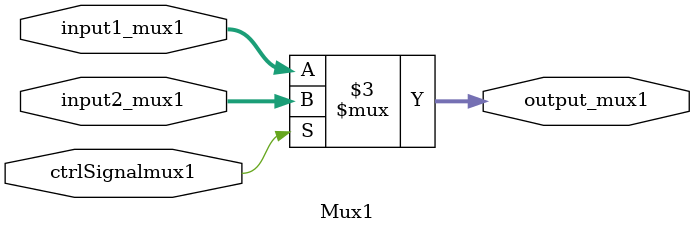
<source format=v>
module Mux1(
    input ctrlSignalmux1,
	input [31:0]input1_mux1, input2_mux1,
	output reg [31:0]output_mux1
);
// Conexiones


// Cuerpo del modulo
always@*
begin
	if(ctrlSignalmux1)
        begin
            output_mux1 = input2_mux1;
        end
    else
        begin
            output_mux1 = input1_mux1;
        end
end

endmodule

</source>
